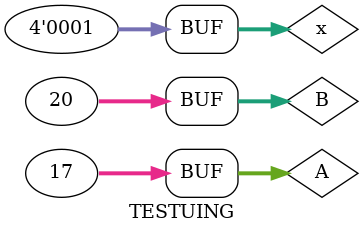
<source format=v>
`timescale 1ns / 1ps


module TESTUING;

	// Inputs
	reg [31:0] A;
	reg [31:0] B;
	reg [3:0] x;

	// Outputs
	wire zero;
	wire [31:0] C;

	// Instantiate the Unit Under Test (UUT)
	THIRDSECTION uut (
		.A(A), 
		.B(B), 
		.x(x), 
		.zero(zero), 
		.C(C)
	);

	initial begin
		// Initialize Inputs
		A = 0;
		B = 0;
		x = 0; 
		

		// Wait 100 ns for global reset to finish
		#100;
        
		// Add stimulus here

	end 
	initial begin 
	A=12;B=15;x=0;#100; 
   A=17;B=20;x=1;#100;

	end
      
endmodule


</source>
